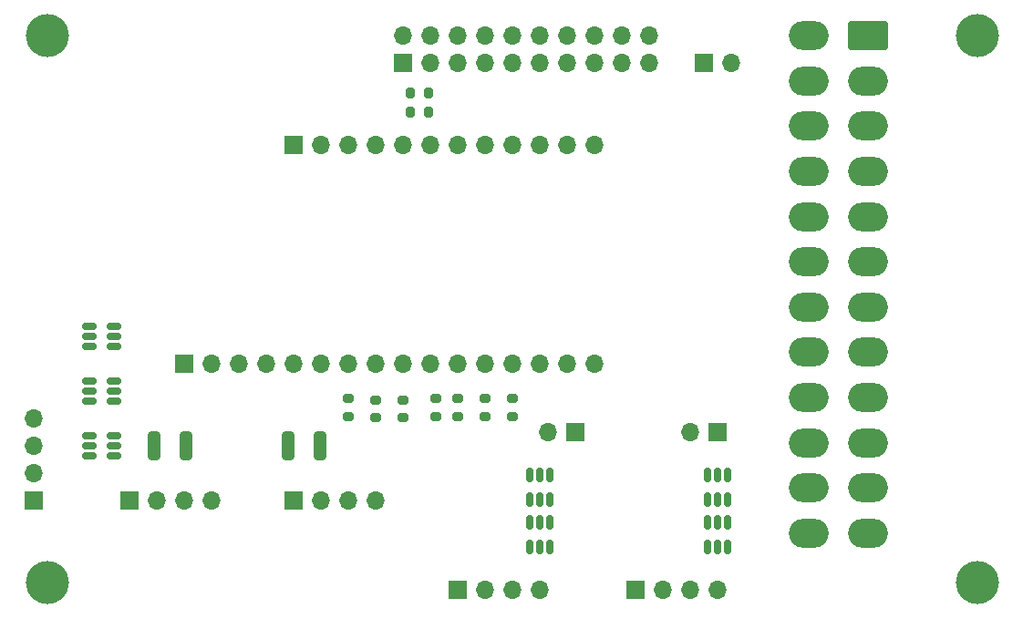
<source format=gts>
%TF.GenerationSoftware,KiCad,Pcbnew,8.0.2-1*%
%TF.CreationDate,2024-11-16T15:05:09-05:00*%
%TF.ProjectId,Incubator-PowerBoard,496e6375-6261-4746-9f72-2d506f776572,v01a*%
%TF.SameCoordinates,Original*%
%TF.FileFunction,Soldermask,Top*%
%TF.FilePolarity,Negative*%
%FSLAX46Y46*%
G04 Gerber Fmt 4.6, Leading zero omitted, Abs format (unit mm)*
G04 Created by KiCad (PCBNEW 8.0.2-1) date 2024-11-16 15:05:09*
%MOMM*%
%LPD*%
G01*
G04 APERTURE LIST*
G04 Aperture macros list*
%AMRoundRect*
0 Rectangle with rounded corners*
0 $1 Rounding radius*
0 $2 $3 $4 $5 $6 $7 $8 $9 X,Y pos of 4 corners*
0 Add a 4 corners polygon primitive as box body*
4,1,4,$2,$3,$4,$5,$6,$7,$8,$9,$2,$3,0*
0 Add four circle primitives for the rounded corners*
1,1,$1+$1,$2,$3*
1,1,$1+$1,$4,$5*
1,1,$1+$1,$6,$7*
1,1,$1+$1,$8,$9*
0 Add four rect primitives between the rounded corners*
20,1,$1+$1,$2,$3,$4,$5,0*
20,1,$1+$1,$4,$5,$6,$7,0*
20,1,$1+$1,$6,$7,$8,$9,0*
20,1,$1+$1,$8,$9,$2,$3,0*%
G04 Aperture macros list end*
%ADD10RoundRect,0.200000X0.275000X-0.200000X0.275000X0.200000X-0.275000X0.200000X-0.275000X-0.200000X0*%
%ADD11C,4.000000*%
%ADD12RoundRect,0.250000X-0.312500X-1.075000X0.312500X-1.075000X0.312500X1.075000X-0.312500X1.075000X0*%
%ADD13RoundRect,0.150000X-0.512500X-0.150000X0.512500X-0.150000X0.512500X0.150000X-0.512500X0.150000X0*%
%ADD14RoundRect,0.150000X0.150000X-0.512500X0.150000X0.512500X-0.150000X0.512500X-0.150000X-0.512500X0*%
%ADD15R,1.700000X1.700000*%
%ADD16O,1.700000X1.700000*%
%ADD17RoundRect,0.200000X0.200000X0.275000X-0.200000X0.275000X-0.200000X-0.275000X0.200000X-0.275000X0*%
%ADD18RoundRect,0.150000X0.512500X0.150000X-0.512500X0.150000X-0.512500X-0.150000X0.512500X-0.150000X0*%
%ADD19RoundRect,0.250001X-1.599999X1.099999X-1.599999X-1.099999X1.599999X-1.099999X1.599999X1.099999X0*%
%ADD20O,3.700000X2.700000*%
%ADD21RoundRect,0.250000X0.312500X1.075000X-0.312500X1.075000X-0.312500X-1.075000X0.312500X-1.075000X0*%
G04 APERTURE END LIST*
D10*
%TO.C,R8*%
X152400000Y-63309000D03*
X152400000Y-61659000D03*
%TD*%
D11*
%TO.C,REF\u002A\u002A*%
X200660000Y-27940000D03*
%TD*%
D12*
%TO.C,R1*%
X136713500Y-66040000D03*
X139638500Y-66040000D03*
%TD*%
D13*
%TO.C,Q6*%
X118242500Y-65090000D03*
X118242500Y-66040000D03*
X118242500Y-66990000D03*
X120517500Y-66990000D03*
X120517500Y-66040000D03*
X120517500Y-65090000D03*
%TD*%
D14*
%TO.C,Q2*%
X175580000Y-75432500D03*
X176530000Y-75432500D03*
X177480000Y-75432500D03*
X177480000Y-73157500D03*
X176530000Y-73157500D03*
X175580000Y-73157500D03*
%TD*%
D11*
%TO.C,REF\u002A\u002A*%
X114300000Y-27940000D03*
%TD*%
D15*
%TO.C,J10*%
X113030000Y-71120000D03*
D16*
X113030000Y-68580000D03*
X113030000Y-66040000D03*
X113030000Y-63500000D03*
%TD*%
D15*
%TO.C,J2*%
X127000000Y-58420000D03*
D16*
X129540000Y-58420000D03*
X132080000Y-58420000D03*
X134620000Y-58420000D03*
X137160000Y-58420000D03*
X139700000Y-58420000D03*
X142240000Y-58420000D03*
X144780000Y-58420000D03*
X147320000Y-58420000D03*
X149860000Y-58420000D03*
X152400000Y-58420000D03*
X154940000Y-58420000D03*
X157480000Y-58420000D03*
X160020000Y-58420000D03*
X162560000Y-58420000D03*
X165100000Y-58420000D03*
%TD*%
D15*
%TO.C,J4*%
X168910000Y-79375000D03*
D16*
X171450000Y-79375000D03*
X173990000Y-79375000D03*
X176530000Y-79375000D03*
%TD*%
D10*
%TO.C,R6*%
X157480000Y-63309000D03*
X157480000Y-61659000D03*
%TD*%
%TO.C,R5*%
X150368000Y-63309000D03*
X150368000Y-61659000D03*
%TD*%
D11*
%TO.C,REF\u002A\u002A*%
X114300000Y-78740000D03*
%TD*%
D17*
%TO.C,R4*%
X149669000Y-33274000D03*
X148019000Y-33274000D03*
%TD*%
D10*
%TO.C,R11*%
X147320000Y-63436000D03*
X147320000Y-61786000D03*
%TD*%
D18*
%TO.C,Q7*%
X120517500Y-61910000D03*
X120517500Y-60960000D03*
X120517500Y-60010000D03*
X118242500Y-60010000D03*
X118242500Y-60960000D03*
X118242500Y-61910000D03*
%TD*%
D17*
%TO.C,R3*%
X149669000Y-35052000D03*
X148019000Y-35052000D03*
%TD*%
D19*
%TO.C,J13*%
X190500000Y-27940000D03*
D20*
X190500000Y-32140000D03*
X190500000Y-36340000D03*
X190500000Y-40540000D03*
X190500000Y-44740000D03*
X190500000Y-48940000D03*
X190500000Y-53140000D03*
X190500000Y-57340000D03*
X190500000Y-61540000D03*
X190500000Y-65740000D03*
X190500000Y-69940000D03*
X190500000Y-74140000D03*
X185000000Y-27940000D03*
X185000000Y-32140000D03*
X185000000Y-36340000D03*
X185000000Y-40540000D03*
X185000000Y-44740000D03*
X185000000Y-48940000D03*
X185000000Y-53140000D03*
X185000000Y-57340000D03*
X185000000Y-61540000D03*
X185000000Y-65740000D03*
X185000000Y-69940000D03*
X185000000Y-74140000D03*
%TD*%
D15*
%TO.C,J5*%
X137160000Y-71120000D03*
D16*
X139700000Y-71120000D03*
X142240000Y-71120000D03*
X144780000Y-71120000D03*
%TD*%
D18*
%TO.C,Q3*%
X120517500Y-56830000D03*
X120517500Y-55880000D03*
X120517500Y-54930000D03*
X118242500Y-54930000D03*
X118242500Y-55880000D03*
X118242500Y-56830000D03*
%TD*%
D21*
%TO.C,R2*%
X127192500Y-66040000D03*
X124267500Y-66040000D03*
%TD*%
D10*
%TO.C,R10*%
X144780000Y-63436000D03*
X144780000Y-61786000D03*
%TD*%
D15*
%TO.C,J9*%
X176530000Y-64770000D03*
D16*
X173990000Y-64770000D03*
%TD*%
D15*
%TO.C,J1*%
X137160000Y-38100000D03*
D16*
X139700000Y-38100000D03*
X142240000Y-38100000D03*
X144780000Y-38100000D03*
X147320000Y-38100000D03*
X149860000Y-38100000D03*
X152400000Y-38100000D03*
X154940000Y-38100000D03*
X157480000Y-38100000D03*
X160020000Y-38100000D03*
X162560000Y-38100000D03*
X165100000Y-38100000D03*
%TD*%
D14*
%TO.C,Q1*%
X159070000Y-75432500D03*
X160020000Y-75432500D03*
X160970000Y-75432500D03*
X160970000Y-73157500D03*
X160020000Y-73157500D03*
X159070000Y-73157500D03*
%TD*%
%TO.C,Q4*%
X159070000Y-70987500D03*
X160020000Y-70987500D03*
X160970000Y-70987500D03*
X160970000Y-68712500D03*
X160020000Y-68712500D03*
X159070000Y-68712500D03*
%TD*%
D15*
%TO.C,J11*%
X147320000Y-30480000D03*
D16*
X147320000Y-27940000D03*
X149860000Y-30480000D03*
X149860000Y-27940000D03*
X152400000Y-30480000D03*
X152400000Y-27940000D03*
X154940000Y-30480000D03*
X154940000Y-27940000D03*
X157480000Y-30480000D03*
X157480000Y-27940000D03*
X160020000Y-30480000D03*
X160020000Y-27940000D03*
X162560000Y-30480000D03*
X162560000Y-27940000D03*
X165100000Y-30480000D03*
X165100000Y-27940000D03*
X167640000Y-30480000D03*
X167640000Y-27940000D03*
X170180000Y-30480000D03*
X170180000Y-27940000D03*
%TD*%
D14*
%TO.C,Q5*%
X175580000Y-70987500D03*
X176530000Y-70987500D03*
X177480000Y-70987500D03*
X177480000Y-68712500D03*
X176530000Y-68712500D03*
X175580000Y-68712500D03*
%TD*%
D11*
%TO.C,REF\u002A\u002A*%
X200660000Y-78740000D03*
%TD*%
D15*
%TO.C,J12*%
X175260000Y-30480000D03*
D16*
X177800000Y-30480000D03*
%TD*%
D15*
%TO.C,J8*%
X163322000Y-64770000D03*
D16*
X160782000Y-64770000D03*
%TD*%
D15*
%TO.C,J3*%
X152400000Y-79375000D03*
D16*
X154940000Y-79375000D03*
X157480000Y-79375000D03*
X160020000Y-79375000D03*
%TD*%
D10*
%TO.C,R9*%
X142240000Y-63309000D03*
X142240000Y-61659000D03*
%TD*%
%TO.C,R7*%
X154940000Y-63309000D03*
X154940000Y-61659000D03*
%TD*%
D15*
%TO.C,J6*%
X121920000Y-71120000D03*
D16*
X124460000Y-71120000D03*
X127000000Y-71120000D03*
X129540000Y-71120000D03*
%TD*%
M02*

</source>
